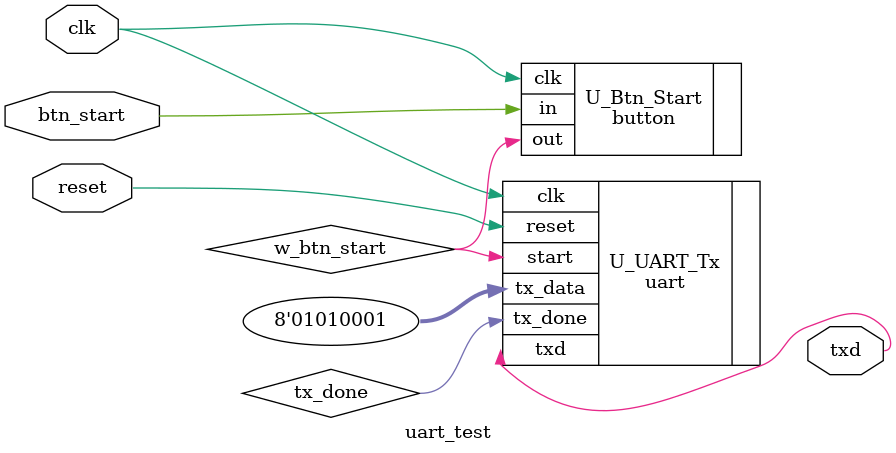
<source format=v>
`timescale 1ns / 1ps


module uart_test (
    input clk,
    input reset,
    input btn_start,

    output txd
);

    wire w_btn_start;

    button U_Btn_Start (
        .clk(clk),
        .in (btn_start),

        .out(w_btn_start)
    );

    uart U_UART_Tx (
        .clk(clk),
        .reset(reset),
        .start(w_btn_start),
        .tx_data(8'h51),        // 대문자 'A'

        .txd(txd),
        .tx_done(tx_done)
    );
endmodule

</source>
